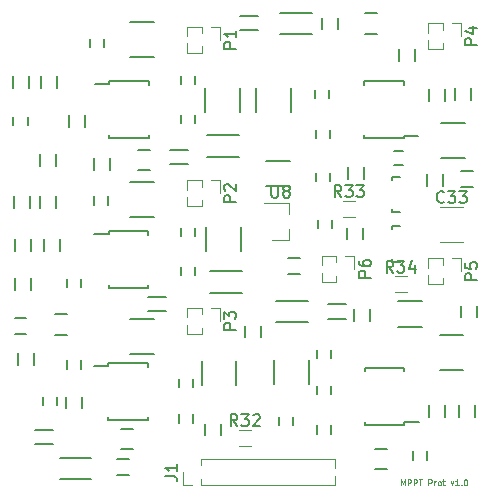
<source format=gbr>
G04 #@! TF.FileFunction,Legend,Top*
%FSLAX46Y46*%
G04 Gerber Fmt 4.6, Leading zero omitted, Abs format (unit mm)*
G04 Created by KiCad (PCBNEW 4.0.7) date 04/11/18 20:39:28*
%MOMM*%
%LPD*%
G01*
G04 APERTURE LIST*
%ADD10C,0.100000*%
%ADD11C,0.125000*%
%ADD12C,0.150000*%
%ADD13C,0.120000*%
G04 APERTURE END LIST*
D10*
D11*
X156772383Y-124356190D02*
X156772383Y-123856190D01*
X156939049Y-124213333D01*
X157105716Y-123856190D01*
X157105716Y-124356190D01*
X157343812Y-124356190D02*
X157343812Y-123856190D01*
X157534288Y-123856190D01*
X157581907Y-123880000D01*
X157605716Y-123903810D01*
X157629526Y-123951429D01*
X157629526Y-124022857D01*
X157605716Y-124070476D01*
X157581907Y-124094286D01*
X157534288Y-124118095D01*
X157343812Y-124118095D01*
X157843812Y-124356190D02*
X157843812Y-123856190D01*
X158034288Y-123856190D01*
X158081907Y-123880000D01*
X158105716Y-123903810D01*
X158129526Y-123951429D01*
X158129526Y-124022857D01*
X158105716Y-124070476D01*
X158081907Y-124094286D01*
X158034288Y-124118095D01*
X157843812Y-124118095D01*
X158272383Y-123856190D02*
X158558097Y-123856190D01*
X158415240Y-124356190D02*
X158415240Y-123856190D01*
X159105716Y-124356190D02*
X159105716Y-123856190D01*
X159296192Y-123856190D01*
X159343811Y-123880000D01*
X159367620Y-123903810D01*
X159391430Y-123951429D01*
X159391430Y-124022857D01*
X159367620Y-124070476D01*
X159343811Y-124094286D01*
X159296192Y-124118095D01*
X159105716Y-124118095D01*
X159605716Y-124356190D02*
X159605716Y-124022857D01*
X159605716Y-124118095D02*
X159629525Y-124070476D01*
X159653335Y-124046667D01*
X159700954Y-124022857D01*
X159748573Y-124022857D01*
X159986668Y-124356190D02*
X159939049Y-124332381D01*
X159915240Y-124308571D01*
X159891430Y-124260952D01*
X159891430Y-124118095D01*
X159915240Y-124070476D01*
X159939049Y-124046667D01*
X159986668Y-124022857D01*
X160058097Y-124022857D01*
X160105716Y-124046667D01*
X160129525Y-124070476D01*
X160153335Y-124118095D01*
X160153335Y-124260952D01*
X160129525Y-124308571D01*
X160105716Y-124332381D01*
X160058097Y-124356190D01*
X159986668Y-124356190D01*
X160296192Y-124022857D02*
X160486668Y-124022857D01*
X160367621Y-123856190D02*
X160367621Y-124284762D01*
X160391430Y-124332381D01*
X160439049Y-124356190D01*
X160486668Y-124356190D01*
X160986668Y-124022857D02*
X161105715Y-124356190D01*
X161224763Y-124022857D01*
X161677143Y-124356190D02*
X161391429Y-124356190D01*
X161534286Y-124356190D02*
X161534286Y-123856190D01*
X161486667Y-123927619D01*
X161439048Y-123975238D01*
X161391429Y-123999048D01*
X161891429Y-124308571D02*
X161915238Y-124332381D01*
X161891429Y-124356190D01*
X161867619Y-124332381D01*
X161891429Y-124308571D01*
X161891429Y-124356190D01*
X162224762Y-123856190D02*
X162272381Y-123856190D01*
X162320000Y-123880000D01*
X162343809Y-123903810D01*
X162367619Y-123951429D01*
X162391428Y-124046667D01*
X162391428Y-124165714D01*
X162367619Y-124260952D01*
X162343809Y-124308571D01*
X162320000Y-124332381D01*
X162272381Y-124356190D01*
X162224762Y-124356190D01*
X162177143Y-124332381D01*
X162153333Y-124308571D01*
X162129524Y-124260952D01*
X162105714Y-124165714D01*
X162105714Y-124046667D01*
X162129524Y-123951429D01*
X162153333Y-123903810D01*
X162177143Y-123880000D01*
X162224762Y-123856190D01*
D12*
X148870000Y-108730000D02*
X146170000Y-108730000D01*
X148870000Y-110530000D02*
X146170000Y-110530000D01*
X150850000Y-115900000D02*
X150850000Y-116600000D01*
X149650000Y-116600000D02*
X149650000Y-115900000D01*
X150850000Y-112900000D02*
X150850000Y-113600000D01*
X149650000Y-113600000D02*
X149650000Y-112900000D01*
X146025000Y-113750000D02*
X146025000Y-115750000D01*
X148975000Y-115750000D02*
X148975000Y-113750000D01*
X147670000Y-118580000D02*
X147670000Y-119280000D01*
X146470000Y-119280000D02*
X146470000Y-118580000D01*
X159195000Y-118530000D02*
X159195000Y-117530000D01*
X160545000Y-117530000D02*
X160545000Y-118530000D01*
X163245000Y-109130000D02*
X163245000Y-110130000D01*
X161895000Y-110130000D02*
X161895000Y-109130000D01*
X161695000Y-118530000D02*
X161695000Y-117530000D01*
X163045000Y-117530000D02*
X163045000Y-118530000D01*
X152795000Y-110430000D02*
X152795000Y-109430000D01*
X154145000Y-109430000D02*
X154145000Y-110430000D01*
X154570000Y-122980000D02*
X155570000Y-122980000D01*
X155570000Y-121280000D02*
X154570000Y-121280000D01*
X150670000Y-90880000D02*
X150670000Y-91580000D01*
X149470000Y-91580000D02*
X149470000Y-90880000D01*
X150570000Y-110230000D02*
X152120000Y-110230000D01*
X150570000Y-109030000D02*
X152120000Y-109030000D01*
X157045000Y-119255000D02*
X157045000Y-119030000D01*
X153695000Y-119255000D02*
X153695000Y-118955000D01*
X153695000Y-114405000D02*
X153695000Y-114705000D01*
X157045000Y-114405000D02*
X157045000Y-114705000D01*
X157045000Y-119255000D02*
X153695000Y-119255000D01*
X157045000Y-114405000D02*
X153695000Y-114405000D01*
X157045000Y-119030000D02*
X158270000Y-119030000D01*
X133770000Y-123505000D02*
X132770000Y-123505000D01*
X132770000Y-122155000D02*
X133770000Y-122155000D01*
X162070000Y-111655000D02*
X160070000Y-111655000D01*
X160070000Y-114605000D02*
X162070000Y-114605000D01*
X150770000Y-94280000D02*
X150770000Y-94980000D01*
X149570000Y-94980000D02*
X149570000Y-94280000D01*
X150970000Y-101880000D02*
X150970000Y-102580000D01*
X149770000Y-102580000D02*
X149770000Y-101880000D01*
X144495000Y-90730000D02*
X144495000Y-92730000D01*
X147445000Y-92730000D02*
X147445000Y-90730000D01*
X149250000Y-84350000D02*
X146550000Y-84350000D01*
X149250000Y-86150000D02*
X146550000Y-86150000D01*
X162870000Y-99105000D02*
X161870000Y-99105000D01*
X161870000Y-97755000D02*
X162870000Y-97755000D01*
X157945000Y-87430000D02*
X157945000Y-88430000D01*
X156595000Y-88430000D02*
X156595000Y-87430000D01*
X158970000Y-121480000D02*
X158970000Y-122180000D01*
X157770000Y-122180000D02*
X157770000Y-121480000D01*
X162745000Y-90730000D02*
X162745000Y-91730000D01*
X161395000Y-91730000D02*
X161395000Y-90730000D01*
X144670000Y-84630000D02*
X143120000Y-84630000D01*
X144670000Y-85830000D02*
X143120000Y-85830000D01*
X150075000Y-85750000D02*
X150075000Y-84750000D01*
X151425000Y-84750000D02*
X151425000Y-85750000D01*
X162170000Y-93655000D02*
X160170000Y-93655000D01*
X160170000Y-96605000D02*
X162170000Y-96605000D01*
X150770000Y-97880000D02*
X150770000Y-98580000D01*
X149570000Y-98580000D02*
X149570000Y-97880000D01*
X157025000Y-94975000D02*
X157025000Y-94750000D01*
X153675000Y-94975000D02*
X153675000Y-94675000D01*
X153675000Y-90125000D02*
X153675000Y-90425000D01*
X157025000Y-90125000D02*
X157025000Y-90425000D01*
X157025000Y-94975000D02*
X153675000Y-94975000D01*
X157025000Y-90125000D02*
X153675000Y-90125000D01*
X157025000Y-94750000D02*
X158250000Y-94750000D01*
X153750000Y-86100000D02*
X154750000Y-86100000D01*
X154750000Y-84400000D02*
X153750000Y-84400000D01*
X160545000Y-90830000D02*
X160545000Y-91830000D01*
X159195000Y-91830000D02*
X159195000Y-90830000D01*
X142845000Y-115830000D02*
X142845000Y-113830000D01*
X139895000Y-113830000D02*
X139895000Y-115830000D01*
X127870000Y-123830000D02*
X130570000Y-123830000D01*
X127870000Y-122030000D02*
X130570000Y-122030000D01*
X138000000Y-119050000D02*
X138000000Y-118350000D01*
X139200000Y-118350000D02*
X139200000Y-119050000D01*
X138000000Y-116050000D02*
X138000000Y-115350000D01*
X139200000Y-115350000D02*
X139200000Y-116050000D01*
X131995000Y-114005000D02*
X131995000Y-114230000D01*
X135345000Y-114005000D02*
X135345000Y-114305000D01*
X135345000Y-118855000D02*
X135345000Y-118555000D01*
X131995000Y-118855000D02*
X131995000Y-118555000D01*
X131995000Y-114005000D02*
X135345000Y-114005000D01*
X131995000Y-118855000D02*
X135345000Y-118855000D01*
X131995000Y-114230000D02*
X130770000Y-114230000D01*
X134070000Y-119580000D02*
X133070000Y-119580000D01*
X133070000Y-121280000D02*
X134070000Y-121280000D01*
X128395000Y-117830000D02*
X128395000Y-116830000D01*
X129745000Y-116830000D02*
X129745000Y-117830000D01*
X126470000Y-117580000D02*
X126470000Y-116880000D01*
X127670000Y-116880000D02*
X127670000Y-117580000D01*
X125745000Y-113130000D02*
X125745000Y-114130000D01*
X124395000Y-114130000D02*
X124395000Y-113130000D01*
X133870000Y-113205000D02*
X135870000Y-113205000D01*
X135870000Y-110255000D02*
X133870000Y-110255000D01*
X125445000Y-106830000D02*
X125445000Y-107830000D01*
X124095000Y-107830000D02*
X124095000Y-106830000D01*
X128470000Y-114480000D02*
X128470000Y-113780000D01*
X129670000Y-113780000D02*
X129670000Y-114480000D01*
X125345000Y-99830000D02*
X125345000Y-100830000D01*
X123995000Y-100830000D02*
X123995000Y-99830000D01*
X125770000Y-120830000D02*
X127320000Y-120830000D01*
X125770000Y-119630000D02*
X127320000Y-119630000D01*
X127645000Y-89730000D02*
X127645000Y-90730000D01*
X126295000Y-90730000D02*
X126295000Y-89730000D01*
X143225000Y-104500000D02*
X143225000Y-102500000D01*
X140275000Y-102500000D02*
X140275000Y-104500000D01*
X140620000Y-108030000D02*
X143320000Y-108030000D01*
X140620000Y-106230000D02*
X143320000Y-106230000D01*
X138170000Y-106580000D02*
X138170000Y-105880000D01*
X139370000Y-105880000D02*
X139370000Y-106580000D01*
X138170000Y-103280000D02*
X138170000Y-102580000D01*
X139370000Y-102580000D02*
X139370000Y-103280000D01*
X132025000Y-102825000D02*
X132025000Y-103050000D01*
X135375000Y-102825000D02*
X135375000Y-103125000D01*
X135375000Y-107675000D02*
X135375000Y-107375000D01*
X132025000Y-107675000D02*
X132025000Y-107375000D01*
X132025000Y-102825000D02*
X135375000Y-102825000D01*
X132025000Y-107675000D02*
X135375000Y-107675000D01*
X132025000Y-103050000D02*
X130800000Y-103050000D01*
X128470000Y-109880000D02*
X127470000Y-109880000D01*
X127470000Y-111580000D02*
X128470000Y-111580000D01*
X126595000Y-104530000D02*
X126595000Y-103530000D01*
X127945000Y-103530000D02*
X127945000Y-104530000D01*
X128470000Y-107580000D02*
X128470000Y-106880000D01*
X129670000Y-106880000D02*
X129670000Y-107580000D01*
X125445000Y-103530000D02*
X125445000Y-104530000D01*
X124095000Y-104530000D02*
X124095000Y-103530000D01*
X133870000Y-101605000D02*
X135870000Y-101605000D01*
X135870000Y-98655000D02*
X133870000Y-98655000D01*
X124070000Y-110155000D02*
X125070000Y-110155000D01*
X125070000Y-111505000D02*
X124070000Y-111505000D01*
X130770000Y-100580000D02*
X130770000Y-99880000D01*
X131970000Y-99880000D02*
X131970000Y-100580000D01*
X130045000Y-93030000D02*
X130045000Y-94030000D01*
X128695000Y-94030000D02*
X128695000Y-93030000D01*
X135370000Y-109630000D02*
X136920000Y-109630000D01*
X135370000Y-108430000D02*
X136920000Y-108430000D01*
X143595000Y-111830000D02*
X143595000Y-110830000D01*
X144945000Y-110830000D02*
X144945000Y-111830000D01*
X132075000Y-90125000D02*
X132075000Y-90350000D01*
X135425000Y-90125000D02*
X135425000Y-90425000D01*
X135425000Y-94975000D02*
X135425000Y-94675000D01*
X132075000Y-94975000D02*
X132075000Y-94675000D01*
X132075000Y-90125000D02*
X135425000Y-90125000D01*
X132075000Y-94975000D02*
X135425000Y-94975000D01*
X132075000Y-90350000D02*
X130850000Y-90350000D01*
X156019760Y-98430840D02*
X156019760Y-98479100D01*
X156720800Y-101229820D02*
X156019760Y-101229820D01*
X156019760Y-101229820D02*
X156019760Y-100980900D01*
X156019760Y-98430840D02*
X156019760Y-98230180D01*
X156019760Y-98230180D02*
X156720800Y-98230180D01*
X156570000Y-108755000D02*
X158570000Y-108755000D01*
X158570000Y-110905000D02*
X156570000Y-110905000D01*
X135550000Y-95950000D02*
X134550000Y-95950000D01*
X134550000Y-97650000D02*
X135550000Y-97650000D01*
X133870000Y-88105000D02*
X135870000Y-88105000D01*
X135870000Y-85155000D02*
X133870000Y-85155000D01*
X138170000Y-90380000D02*
X138170000Y-89680000D01*
X139370000Y-89680000D02*
X139370000Y-90380000D01*
X138170000Y-93680000D02*
X138170000Y-92980000D01*
X139370000Y-92980000D02*
X139370000Y-93680000D01*
X130470000Y-87280000D02*
X130470000Y-86580000D01*
X131670000Y-86580000D02*
X131670000Y-87280000D01*
X123970000Y-93880000D02*
X123970000Y-93180000D01*
X125170000Y-93180000D02*
X125170000Y-93880000D01*
X150870000Y-119280000D02*
X150870000Y-119980000D01*
X149670000Y-119980000D02*
X149670000Y-119280000D01*
X156220000Y-96030000D02*
X156920000Y-96030000D01*
X156920000Y-97230000D02*
X156220000Y-97230000D01*
X138770000Y-95930000D02*
X137220000Y-95930000D01*
X138770000Y-97130000D02*
X137220000Y-97130000D01*
X140370000Y-96530000D02*
X143070000Y-96530000D01*
X140370000Y-94730000D02*
X143070000Y-94730000D01*
X143145000Y-92730000D02*
X143145000Y-90730000D01*
X140195000Y-90730000D02*
X140195000Y-92730000D01*
X140195000Y-120130000D02*
X140195000Y-119130000D01*
X141545000Y-119130000D02*
X141545000Y-120130000D01*
X126195000Y-100830000D02*
X126195000Y-99830000D01*
X127545000Y-99830000D02*
X127545000Y-100830000D01*
X127545000Y-96330000D02*
X127545000Y-97330000D01*
X126195000Y-97330000D02*
X126195000Y-96330000D01*
X132145000Y-96630000D02*
X132145000Y-97630000D01*
X130795000Y-97630000D02*
X130795000Y-96630000D01*
X125245000Y-89730000D02*
X125245000Y-90730000D01*
X123895000Y-90730000D02*
X123895000Y-89730000D01*
X160345000Y-98030000D02*
X160345000Y-99030000D01*
X158995000Y-99030000D02*
X158995000Y-98030000D01*
X152195000Y-103530000D02*
X152195000Y-102530000D01*
X153545000Y-102530000D02*
X153545000Y-103530000D01*
X145370000Y-96855000D02*
X147370000Y-96855000D01*
X147370000Y-99005000D02*
X145370000Y-99005000D01*
X152295000Y-98430000D02*
X152295000Y-97430000D01*
X153645000Y-97430000D02*
X153645000Y-98430000D01*
X147250000Y-105075000D02*
X148250000Y-105075000D01*
X148250000Y-106425000D02*
X147250000Y-106425000D01*
X156019760Y-102630840D02*
X156019760Y-102679100D01*
X156720800Y-105429820D02*
X156019760Y-105429820D01*
X156019760Y-105429820D02*
X156019760Y-105180900D01*
X156019760Y-102630840D02*
X156019760Y-102430180D01*
X156019760Y-102430180D02*
X156720800Y-102430180D01*
D13*
X162070000Y-100750000D02*
X160070000Y-100750000D01*
X160070000Y-103710000D02*
X162070000Y-103710000D01*
X144070000Y-121010000D02*
X143070000Y-121010000D01*
X143070000Y-119650000D02*
X144070000Y-119650000D01*
X152870000Y-101610000D02*
X151870000Y-101610000D01*
X151870000Y-100250000D02*
X152870000Y-100250000D01*
X157270000Y-108010000D02*
X156270000Y-108010000D01*
X156270000Y-106650000D02*
X157270000Y-106650000D01*
X147330000Y-103610000D02*
X147330000Y-102680000D01*
X147330000Y-100450000D02*
X147330000Y-101380000D01*
X147330000Y-100450000D02*
X145170000Y-100450000D01*
X147330000Y-103610000D02*
X145870000Y-103610000D01*
X138705000Y-98520000D02*
X138705000Y-99322470D01*
X138705000Y-99937530D02*
X138705000Y-100740000D01*
X139910000Y-98520000D02*
X138705000Y-98520000D01*
X139910000Y-100740000D02*
X138705000Y-100740000D01*
X139910000Y-98520000D02*
X139910000Y-99066529D01*
X139910000Y-100193471D02*
X139910000Y-100740000D01*
X140670000Y-98520000D02*
X141430000Y-98520000D01*
X141430000Y-98520000D02*
X141430000Y-99630000D01*
X138705000Y-109320000D02*
X138705000Y-110122470D01*
X138705000Y-110737530D02*
X138705000Y-111540000D01*
X139910000Y-109320000D02*
X138705000Y-109320000D01*
X139910000Y-111540000D02*
X138705000Y-111540000D01*
X139910000Y-109320000D02*
X139910000Y-109866529D01*
X139910000Y-110993471D02*
X139910000Y-111540000D01*
X140670000Y-109320000D02*
X141430000Y-109320000D01*
X141430000Y-109320000D02*
X141430000Y-110430000D01*
X138705000Y-85520000D02*
X138705000Y-86322470D01*
X138705000Y-86937530D02*
X138705000Y-87740000D01*
X139910000Y-85520000D02*
X138705000Y-85520000D01*
X139910000Y-87740000D02*
X138705000Y-87740000D01*
X139910000Y-85520000D02*
X139910000Y-86066529D01*
X139910000Y-87193471D02*
X139910000Y-87740000D01*
X140670000Y-85520000D02*
X141430000Y-85520000D01*
X141430000Y-85520000D02*
X141430000Y-86630000D01*
X159105000Y-85220000D02*
X159105000Y-86022470D01*
X159105000Y-86637530D02*
X159105000Y-87440000D01*
X160310000Y-85220000D02*
X159105000Y-85220000D01*
X160310000Y-87440000D02*
X159105000Y-87440000D01*
X160310000Y-85220000D02*
X160310000Y-85766529D01*
X160310000Y-86893471D02*
X160310000Y-87440000D01*
X161070000Y-85220000D02*
X161830000Y-85220000D01*
X161830000Y-85220000D02*
X161830000Y-86330000D01*
X159105000Y-105120000D02*
X159105000Y-105922470D01*
X159105000Y-106537530D02*
X159105000Y-107340000D01*
X160310000Y-105120000D02*
X159105000Y-105120000D01*
X160310000Y-107340000D02*
X159105000Y-107340000D01*
X160310000Y-105120000D02*
X160310000Y-105666529D01*
X160310000Y-106793471D02*
X160310000Y-107340000D01*
X161070000Y-105120000D02*
X161830000Y-105120000D01*
X161830000Y-105120000D02*
X161830000Y-106230000D01*
X150105000Y-104920000D02*
X150105000Y-105722470D01*
X150105000Y-106337530D02*
X150105000Y-107140000D01*
X151310000Y-104920000D02*
X150105000Y-104920000D01*
X151310000Y-107140000D02*
X150105000Y-107140000D01*
X151310000Y-104920000D02*
X151310000Y-105466529D01*
X151310000Y-106593471D02*
X151310000Y-107140000D01*
X152070000Y-104920000D02*
X152830000Y-104920000D01*
X152830000Y-104920000D02*
X152830000Y-106030000D01*
X151195000Y-124340000D02*
X151195000Y-123537530D01*
X151195000Y-122922470D02*
X151195000Y-122120000D01*
X139830000Y-124340000D02*
X151195000Y-124340000D01*
X139830000Y-122120000D02*
X151195000Y-122120000D01*
X139830000Y-124340000D02*
X139830000Y-123793471D01*
X139830000Y-122666529D02*
X139830000Y-122120000D01*
X139070000Y-124340000D02*
X138310000Y-124340000D01*
X138310000Y-124340000D02*
X138310000Y-123230000D01*
D12*
X160427143Y-100337143D02*
X160379524Y-100384762D01*
X160236667Y-100432381D01*
X160141429Y-100432381D01*
X159998571Y-100384762D01*
X159903333Y-100289524D01*
X159855714Y-100194286D01*
X159808095Y-100003810D01*
X159808095Y-99860952D01*
X159855714Y-99670476D01*
X159903333Y-99575238D01*
X159998571Y-99480000D01*
X160141429Y-99432381D01*
X160236667Y-99432381D01*
X160379524Y-99480000D01*
X160427143Y-99527619D01*
X160760476Y-99432381D02*
X161379524Y-99432381D01*
X161046190Y-99813333D01*
X161189048Y-99813333D01*
X161284286Y-99860952D01*
X161331905Y-99908571D01*
X161379524Y-100003810D01*
X161379524Y-100241905D01*
X161331905Y-100337143D01*
X161284286Y-100384762D01*
X161189048Y-100432381D01*
X160903333Y-100432381D01*
X160808095Y-100384762D01*
X160760476Y-100337143D01*
X161712857Y-99432381D02*
X162331905Y-99432381D01*
X161998571Y-99813333D01*
X162141429Y-99813333D01*
X162236667Y-99860952D01*
X162284286Y-99908571D01*
X162331905Y-100003810D01*
X162331905Y-100241905D01*
X162284286Y-100337143D01*
X162236667Y-100384762D01*
X162141429Y-100432381D01*
X161855714Y-100432381D01*
X161760476Y-100384762D01*
X161712857Y-100337143D01*
X142927143Y-119332381D02*
X142593809Y-118856190D01*
X142355714Y-119332381D02*
X142355714Y-118332381D01*
X142736667Y-118332381D01*
X142831905Y-118380000D01*
X142879524Y-118427619D01*
X142927143Y-118522857D01*
X142927143Y-118665714D01*
X142879524Y-118760952D01*
X142831905Y-118808571D01*
X142736667Y-118856190D01*
X142355714Y-118856190D01*
X143260476Y-118332381D02*
X143879524Y-118332381D01*
X143546190Y-118713333D01*
X143689048Y-118713333D01*
X143784286Y-118760952D01*
X143831905Y-118808571D01*
X143879524Y-118903810D01*
X143879524Y-119141905D01*
X143831905Y-119237143D01*
X143784286Y-119284762D01*
X143689048Y-119332381D01*
X143403333Y-119332381D01*
X143308095Y-119284762D01*
X143260476Y-119237143D01*
X144260476Y-118427619D02*
X144308095Y-118380000D01*
X144403333Y-118332381D01*
X144641429Y-118332381D01*
X144736667Y-118380000D01*
X144784286Y-118427619D01*
X144831905Y-118522857D01*
X144831905Y-118618095D01*
X144784286Y-118760952D01*
X144212857Y-119332381D01*
X144831905Y-119332381D01*
X151727143Y-99932381D02*
X151393809Y-99456190D01*
X151155714Y-99932381D02*
X151155714Y-98932381D01*
X151536667Y-98932381D01*
X151631905Y-98980000D01*
X151679524Y-99027619D01*
X151727143Y-99122857D01*
X151727143Y-99265714D01*
X151679524Y-99360952D01*
X151631905Y-99408571D01*
X151536667Y-99456190D01*
X151155714Y-99456190D01*
X152060476Y-98932381D02*
X152679524Y-98932381D01*
X152346190Y-99313333D01*
X152489048Y-99313333D01*
X152584286Y-99360952D01*
X152631905Y-99408571D01*
X152679524Y-99503810D01*
X152679524Y-99741905D01*
X152631905Y-99837143D01*
X152584286Y-99884762D01*
X152489048Y-99932381D01*
X152203333Y-99932381D01*
X152108095Y-99884762D01*
X152060476Y-99837143D01*
X153012857Y-98932381D02*
X153631905Y-98932381D01*
X153298571Y-99313333D01*
X153441429Y-99313333D01*
X153536667Y-99360952D01*
X153584286Y-99408571D01*
X153631905Y-99503810D01*
X153631905Y-99741905D01*
X153584286Y-99837143D01*
X153536667Y-99884762D01*
X153441429Y-99932381D01*
X153155714Y-99932381D01*
X153060476Y-99884762D01*
X153012857Y-99837143D01*
X156127143Y-106332381D02*
X155793809Y-105856190D01*
X155555714Y-106332381D02*
X155555714Y-105332381D01*
X155936667Y-105332381D01*
X156031905Y-105380000D01*
X156079524Y-105427619D01*
X156127143Y-105522857D01*
X156127143Y-105665714D01*
X156079524Y-105760952D01*
X156031905Y-105808571D01*
X155936667Y-105856190D01*
X155555714Y-105856190D01*
X156460476Y-105332381D02*
X157079524Y-105332381D01*
X156746190Y-105713333D01*
X156889048Y-105713333D01*
X156984286Y-105760952D01*
X157031905Y-105808571D01*
X157079524Y-105903810D01*
X157079524Y-106141905D01*
X157031905Y-106237143D01*
X156984286Y-106284762D01*
X156889048Y-106332381D01*
X156603333Y-106332381D01*
X156508095Y-106284762D01*
X156460476Y-106237143D01*
X157936667Y-105665714D02*
X157936667Y-106332381D01*
X157698571Y-105284762D02*
X157460476Y-105999048D01*
X158079524Y-105999048D01*
X145808095Y-98982381D02*
X145808095Y-99791905D01*
X145855714Y-99887143D01*
X145903333Y-99934762D01*
X145998571Y-99982381D01*
X146189048Y-99982381D01*
X146284286Y-99934762D01*
X146331905Y-99887143D01*
X146379524Y-99791905D01*
X146379524Y-98982381D01*
X146998571Y-99410952D02*
X146903333Y-99363333D01*
X146855714Y-99315714D01*
X146808095Y-99220476D01*
X146808095Y-99172857D01*
X146855714Y-99077619D01*
X146903333Y-99030000D01*
X146998571Y-98982381D01*
X147189048Y-98982381D01*
X147284286Y-99030000D01*
X147331905Y-99077619D01*
X147379524Y-99172857D01*
X147379524Y-99220476D01*
X147331905Y-99315714D01*
X147284286Y-99363333D01*
X147189048Y-99410952D01*
X146998571Y-99410952D01*
X146903333Y-99458571D01*
X146855714Y-99506190D01*
X146808095Y-99601429D01*
X146808095Y-99791905D01*
X146855714Y-99887143D01*
X146903333Y-99934762D01*
X146998571Y-99982381D01*
X147189048Y-99982381D01*
X147284286Y-99934762D01*
X147331905Y-99887143D01*
X147379524Y-99791905D01*
X147379524Y-99601429D01*
X147331905Y-99506190D01*
X147284286Y-99458571D01*
X147189048Y-99410952D01*
X142817381Y-100368095D02*
X141817381Y-100368095D01*
X141817381Y-99987142D01*
X141865000Y-99891904D01*
X141912619Y-99844285D01*
X142007857Y-99796666D01*
X142150714Y-99796666D01*
X142245952Y-99844285D01*
X142293571Y-99891904D01*
X142341190Y-99987142D01*
X142341190Y-100368095D01*
X141912619Y-99415714D02*
X141865000Y-99368095D01*
X141817381Y-99272857D01*
X141817381Y-99034761D01*
X141865000Y-98939523D01*
X141912619Y-98891904D01*
X142007857Y-98844285D01*
X142103095Y-98844285D01*
X142245952Y-98891904D01*
X142817381Y-99463333D01*
X142817381Y-98844285D01*
X142817381Y-111168095D02*
X141817381Y-111168095D01*
X141817381Y-110787142D01*
X141865000Y-110691904D01*
X141912619Y-110644285D01*
X142007857Y-110596666D01*
X142150714Y-110596666D01*
X142245952Y-110644285D01*
X142293571Y-110691904D01*
X142341190Y-110787142D01*
X142341190Y-111168095D01*
X141817381Y-110263333D02*
X141817381Y-109644285D01*
X142198333Y-109977619D01*
X142198333Y-109834761D01*
X142245952Y-109739523D01*
X142293571Y-109691904D01*
X142388810Y-109644285D01*
X142626905Y-109644285D01*
X142722143Y-109691904D01*
X142769762Y-109739523D01*
X142817381Y-109834761D01*
X142817381Y-110120476D01*
X142769762Y-110215714D01*
X142722143Y-110263333D01*
X142817381Y-87368095D02*
X141817381Y-87368095D01*
X141817381Y-86987142D01*
X141865000Y-86891904D01*
X141912619Y-86844285D01*
X142007857Y-86796666D01*
X142150714Y-86796666D01*
X142245952Y-86844285D01*
X142293571Y-86891904D01*
X142341190Y-86987142D01*
X142341190Y-87368095D01*
X142817381Y-85844285D02*
X142817381Y-86415714D01*
X142817381Y-86130000D02*
X141817381Y-86130000D01*
X141960238Y-86225238D01*
X142055476Y-86320476D01*
X142103095Y-86415714D01*
X163217381Y-87068095D02*
X162217381Y-87068095D01*
X162217381Y-86687142D01*
X162265000Y-86591904D01*
X162312619Y-86544285D01*
X162407857Y-86496666D01*
X162550714Y-86496666D01*
X162645952Y-86544285D01*
X162693571Y-86591904D01*
X162741190Y-86687142D01*
X162741190Y-87068095D01*
X162550714Y-85639523D02*
X163217381Y-85639523D01*
X162169762Y-85877619D02*
X162884048Y-86115714D01*
X162884048Y-85496666D01*
X163217381Y-106968095D02*
X162217381Y-106968095D01*
X162217381Y-106587142D01*
X162265000Y-106491904D01*
X162312619Y-106444285D01*
X162407857Y-106396666D01*
X162550714Y-106396666D01*
X162645952Y-106444285D01*
X162693571Y-106491904D01*
X162741190Y-106587142D01*
X162741190Y-106968095D01*
X162217381Y-105491904D02*
X162217381Y-105968095D01*
X162693571Y-106015714D01*
X162645952Y-105968095D01*
X162598333Y-105872857D01*
X162598333Y-105634761D01*
X162645952Y-105539523D01*
X162693571Y-105491904D01*
X162788810Y-105444285D01*
X163026905Y-105444285D01*
X163122143Y-105491904D01*
X163169762Y-105539523D01*
X163217381Y-105634761D01*
X163217381Y-105872857D01*
X163169762Y-105968095D01*
X163122143Y-106015714D01*
X154217381Y-106768095D02*
X153217381Y-106768095D01*
X153217381Y-106387142D01*
X153265000Y-106291904D01*
X153312619Y-106244285D01*
X153407857Y-106196666D01*
X153550714Y-106196666D01*
X153645952Y-106244285D01*
X153693571Y-106291904D01*
X153741190Y-106387142D01*
X153741190Y-106768095D01*
X153217381Y-105339523D02*
X153217381Y-105530000D01*
X153265000Y-105625238D01*
X153312619Y-105672857D01*
X153455476Y-105768095D01*
X153645952Y-105815714D01*
X154026905Y-105815714D01*
X154122143Y-105768095D01*
X154169762Y-105720476D01*
X154217381Y-105625238D01*
X154217381Y-105434761D01*
X154169762Y-105339523D01*
X154122143Y-105291904D01*
X154026905Y-105244285D01*
X153788810Y-105244285D01*
X153693571Y-105291904D01*
X153645952Y-105339523D01*
X153598333Y-105434761D01*
X153598333Y-105625238D01*
X153645952Y-105720476D01*
X153693571Y-105768095D01*
X153788810Y-105815714D01*
X136827381Y-123563333D02*
X137541667Y-123563333D01*
X137684524Y-123610953D01*
X137779762Y-123706191D01*
X137827381Y-123849048D01*
X137827381Y-123944286D01*
X137827381Y-122563333D02*
X137827381Y-123134762D01*
X137827381Y-122849048D02*
X136827381Y-122849048D01*
X136970238Y-122944286D01*
X137065476Y-123039524D01*
X137113095Y-123134762D01*
M02*

</source>
